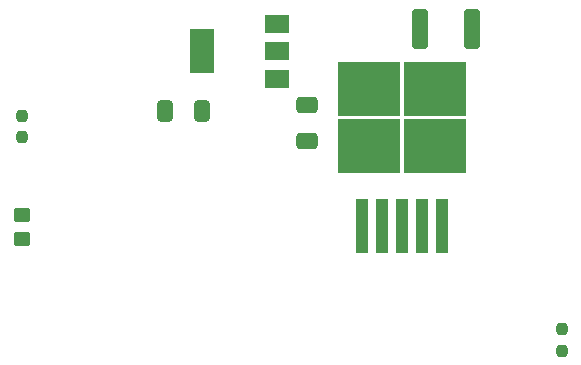
<source format=gtp>
%TF.GenerationSoftware,KiCad,Pcbnew,(6.0.8)*%
%TF.CreationDate,2022-10-23T00:13:42+03:00*%
%TF.ProjectId,PowerBoard,506f7765-7242-46f6-9172-642e6b696361,rev?*%
%TF.SameCoordinates,Original*%
%TF.FileFunction,Paste,Top*%
%TF.FilePolarity,Positive*%
%FSLAX46Y46*%
G04 Gerber Fmt 4.6, Leading zero omitted, Abs format (unit mm)*
G04 Created by KiCad (PCBNEW (6.0.8)) date 2022-10-23 00:13:42*
%MOMM*%
%LPD*%
G01*
G04 APERTURE LIST*
G04 Aperture macros list*
%AMRoundRect*
0 Rectangle with rounded corners*
0 $1 Rounding radius*
0 $2 $3 $4 $5 $6 $7 $8 $9 X,Y pos of 4 corners*
0 Add a 4 corners polygon primitive as box body*
4,1,4,$2,$3,$4,$5,$6,$7,$8,$9,$2,$3,0*
0 Add four circle primitives for the rounded corners*
1,1,$1+$1,$2,$3*
1,1,$1+$1,$4,$5*
1,1,$1+$1,$6,$7*
1,1,$1+$1,$8,$9*
0 Add four rect primitives between the rounded corners*
20,1,$1+$1,$2,$3,$4,$5,0*
20,1,$1+$1,$4,$5,$6,$7,0*
20,1,$1+$1,$6,$7,$8,$9,0*
20,1,$1+$1,$8,$9,$2,$3,0*%
G04 Aperture macros list end*
%ADD10RoundRect,0.237500X-0.237500X0.250000X-0.237500X-0.250000X0.237500X-0.250000X0.237500X0.250000X0*%
%ADD11RoundRect,0.250000X0.450000X-0.350000X0.450000X0.350000X-0.450000X0.350000X-0.450000X-0.350000X0*%
%ADD12R,2.000000X1.500000*%
%ADD13R,2.000000X3.800000*%
%ADD14R,5.250000X4.550000*%
%ADD15R,1.100000X4.600000*%
%ADD16RoundRect,0.250000X0.400000X1.450000X-0.400000X1.450000X-0.400000X-1.450000X0.400000X-1.450000X0*%
%ADD17RoundRect,0.250000X0.412500X0.650000X-0.412500X0.650000X-0.412500X-0.650000X0.412500X-0.650000X0*%
%ADD18RoundRect,0.250000X0.650000X-0.412500X0.650000X0.412500X-0.650000X0.412500X-0.650000X-0.412500X0*%
G04 APERTURE END LIST*
D10*
%TO.C,R1*%
X248285000Y-58420000D03*
X248285000Y-60245000D03*
%TD*%
D11*
%TO.C,R3*%
X202565000Y-50800000D03*
X202565000Y-48800000D03*
%TD*%
D12*
%TO.C,U3*%
X224130000Y-37225000D03*
D13*
X217830000Y-34925000D03*
D12*
X224130000Y-34925000D03*
X224130000Y-32625000D03*
%TD*%
D14*
%TO.C,U2*%
X231940000Y-38100000D03*
X237490000Y-38100000D03*
X231940000Y-42950000D03*
X237490000Y-42950000D03*
D15*
X231315000Y-49675000D03*
X233015000Y-49675000D03*
X234715000Y-49675000D03*
X236415000Y-49675000D03*
X238115000Y-49675000D03*
%TD*%
D16*
%TO.C,L1*%
X240670000Y-33020000D03*
X236220000Y-33020000D03*
%TD*%
D17*
%TO.C,C3*%
X217755000Y-40005000D03*
X214630000Y-40005000D03*
%TD*%
D18*
%TO.C,C4*%
X226695000Y-42545000D03*
X226695000Y-39420000D03*
%TD*%
D10*
%TO.C,R4*%
X202565000Y-40362500D03*
X202565000Y-42187500D03*
%TD*%
M02*

</source>
